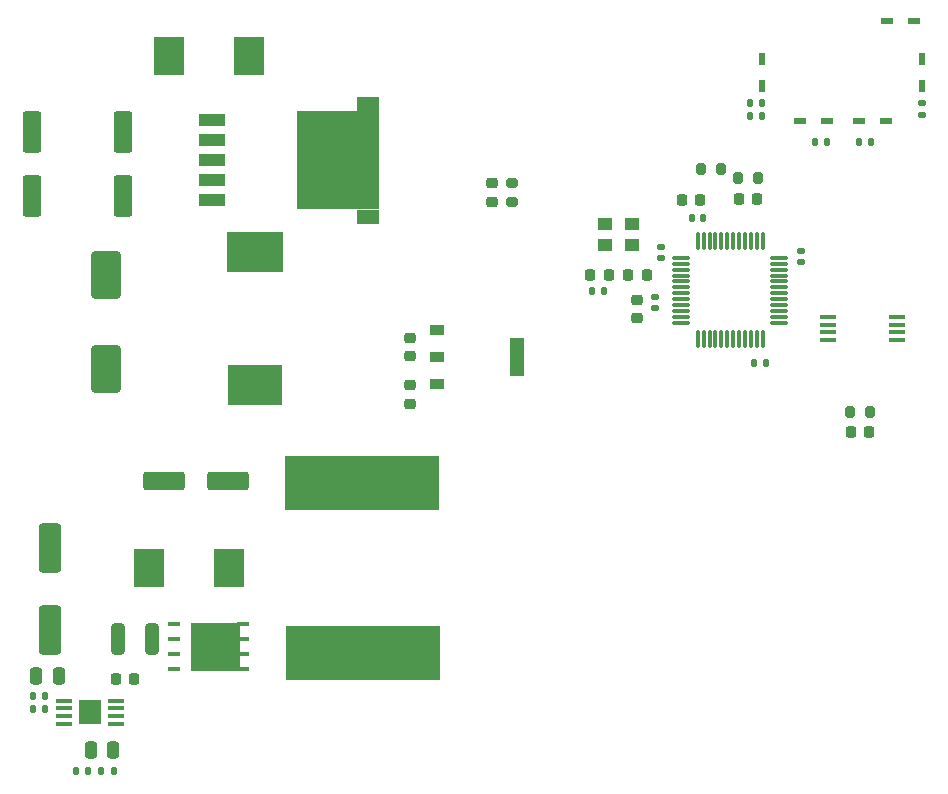
<source format=gbr>
%TF.GenerationSoftware,KiCad,Pcbnew,(6.0.8)*%
%TF.CreationDate,2022-12-06T23:52:26-08:00*%
%TF.ProjectId,motor_controller,6d6f746f-725f-4636-9f6e-74726f6c6c65,B1 (HULA) v0.2*%
%TF.SameCoordinates,Original*%
%TF.FileFunction,Paste,Top*%
%TF.FilePolarity,Positive*%
%FSLAX46Y46*%
G04 Gerber Fmt 4.6, Leading zero omitted, Abs format (unit mm)*
G04 Created by KiCad (PCBNEW (6.0.8)) date 2022-12-06 23:52:26*
%MOMM*%
%LPD*%
G01*
G04 APERTURE LIST*
G04 Aperture macros list*
%AMRoundRect*
0 Rectangle with rounded corners*
0 $1 Rounding radius*
0 $2 $3 $4 $5 $6 $7 $8 $9 X,Y pos of 4 corners*
0 Add a 4 corners polygon primitive as box body*
4,1,4,$2,$3,$4,$5,$6,$7,$8,$9,$2,$3,0*
0 Add four circle primitives for the rounded corners*
1,1,$1+$1,$2,$3*
1,1,$1+$1,$4,$5*
1,1,$1+$1,$6,$7*
1,1,$1+$1,$8,$9*
0 Add four rect primitives between the rounded corners*
20,1,$1+$1,$2,$3,$4,$5,0*
20,1,$1+$1,$4,$5,$6,$7,0*
20,1,$1+$1,$6,$7,$8,$9,0*
20,1,$1+$1,$8,$9,$2,$3,0*%
G04 Aperture macros list end*
%ADD10C,0.100000*%
%ADD11RoundRect,0.135000X-0.135000X-0.185000X0.135000X-0.185000X0.135000X0.185000X-0.135000X0.185000X0*%
%ADD12R,1.450000X0.450000*%
%ADD13R,2.160000X1.020000*%
%ADD14R,6.990000X8.330000*%
%ADD15R,1.910000X1.235000*%
%ADD16R,1.425000X0.450000*%
%ADD17R,1.880000X2.000000*%
%ADD18R,1.250000X0.950000*%
%ADD19R,1.250000X3.200000*%
%ADD20RoundRect,0.225000X-0.225000X-0.250000X0.225000X-0.250000X0.225000X0.250000X-0.225000X0.250000X0*%
%ADD21RoundRect,0.200000X-0.275000X0.200000X-0.275000X-0.200000X0.275000X-0.200000X0.275000X0.200000X0*%
%ADD22RoundRect,0.225000X0.225000X0.250000X-0.225000X0.250000X-0.225000X-0.250000X0.225000X-0.250000X0*%
%ADD23R,0.500000X1.100000*%
%ADD24R,1.300000X1.050000*%
%ADD25RoundRect,0.225000X-0.250000X0.225000X-0.250000X-0.225000X0.250000X-0.225000X0.250000X0.225000X0*%
%ADD26RoundRect,0.140000X-0.140000X-0.170000X0.140000X-0.170000X0.140000X0.170000X-0.140000X0.170000X0*%
%ADD27RoundRect,0.135000X0.135000X0.185000X-0.135000X0.185000X-0.135000X-0.185000X0.135000X-0.185000X0*%
%ADD28RoundRect,0.250000X0.312500X1.075000X-0.312500X1.075000X-0.312500X-1.075000X0.312500X-1.075000X0*%
%ADD29RoundRect,0.225000X0.250000X-0.225000X0.250000X0.225000X-0.250000X0.225000X-0.250000X-0.225000X0*%
%ADD30R,2.500000X3.300000*%
%ADD31RoundRect,0.140000X0.140000X0.170000X-0.140000X0.170000X-0.140000X-0.170000X0.140000X-0.170000X0*%
%ADD32R,1.016000X0.457200*%
%ADD33RoundRect,0.250000X1.000000X-1.750000X1.000000X1.750000X-1.000000X1.750000X-1.000000X-1.750000X0*%
%ADD34RoundRect,0.250000X0.700000X-1.825000X0.700000X1.825000X-0.700000X1.825000X-0.700000X-1.825000X0*%
%ADD35RoundRect,0.200000X0.200000X0.275000X-0.200000X0.275000X-0.200000X-0.275000X0.200000X-0.275000X0*%
%ADD36RoundRect,0.135000X0.185000X-0.135000X0.185000X0.135000X-0.185000X0.135000X-0.185000X-0.135000X0*%
%ADD37RoundRect,0.140000X-0.170000X0.140000X-0.170000X-0.140000X0.170000X-0.140000X0.170000X0.140000X0*%
%ADD38RoundRect,0.218750X0.218750X0.256250X-0.218750X0.256250X-0.218750X-0.256250X0.218750X-0.256250X0*%
%ADD39RoundRect,0.250000X1.500000X0.550000X-1.500000X0.550000X-1.500000X-0.550000X1.500000X-0.550000X0*%
%ADD40RoundRect,0.250000X-0.550000X1.500000X-0.550000X-1.500000X0.550000X-1.500000X0.550000X1.500000X0*%
%ADD41R,1.100000X0.500000*%
%ADD42R,13.100000X4.600000*%
%ADD43R,13.050000X4.550000*%
%ADD44RoundRect,0.250000X-0.250000X-0.475000X0.250000X-0.475000X0.250000X0.475000X-0.250000X0.475000X0*%
%ADD45RoundRect,0.075000X-0.662500X-0.075000X0.662500X-0.075000X0.662500X0.075000X-0.662500X0.075000X0*%
%ADD46RoundRect,0.075000X-0.075000X-0.662500X0.075000X-0.662500X0.075000X0.662500X-0.075000X0.662500X0*%
%ADD47RoundRect,0.140000X0.170000X-0.140000X0.170000X0.140000X-0.170000X0.140000X-0.170000X-0.140000X0*%
%ADD48RoundRect,0.200000X-0.200000X-0.275000X0.200000X-0.275000X0.200000X0.275000X-0.200000X0.275000X0*%
%ADD49RoundRect,0.250000X0.250000X0.475000X-0.250000X0.475000X-0.250000X-0.475000X0.250000X-0.475000X0*%
%ADD50RoundRect,0.218750X-0.256250X0.218750X-0.256250X-0.218750X0.256250X-0.218750X0.256250X0.218750X0*%
%ADD51R,4.650000X3.450000*%
%ADD52R,4.750000X3.450000*%
G04 APERTURE END LIST*
%TO.C,MOSFET301*%
G36*
X106016200Y-109593900D02*
G01*
X101977600Y-109593900D01*
X101977600Y-105606100D01*
X106016200Y-105606100D01*
X106016200Y-109593900D01*
G37*
D10*
X106016200Y-109593900D02*
X101977600Y-109593900D01*
X101977600Y-105606100D01*
X106016200Y-105606100D01*
X106016200Y-109593900D01*
%TD*%
D11*
%TO.C,R303*%
X88540000Y-112900000D03*
X89560000Y-112900000D03*
%TD*%
D12*
%TO.C,IC601*%
X155875000Y-79725000D03*
X155875000Y-80375000D03*
X155875000Y-81025000D03*
X155875000Y-81675000D03*
X161725000Y-81675000D03*
X161725000Y-81025000D03*
X161725000Y-80375000D03*
X161725000Y-79725000D03*
%TD*%
D13*
%TO.C,IC401*%
X103725000Y-63050000D03*
X103725000Y-64750000D03*
X103725000Y-66450000D03*
X103725000Y-68150000D03*
X103725000Y-69850000D03*
D14*
X114400000Y-66450000D03*
D15*
X116940000Y-71232500D03*
X116940000Y-61667500D03*
%TD*%
D16*
%TO.C,IC301*%
X91188000Y-112225000D03*
X91188000Y-112875000D03*
X91188000Y-113525000D03*
X91188000Y-114175000D03*
X95612000Y-114175000D03*
X95612000Y-113525000D03*
X95612000Y-112875000D03*
X95612000Y-112225000D03*
D17*
X93400000Y-113200000D03*
%TD*%
D18*
%TO.C,IC402*%
X122752000Y-80850000D03*
X122752000Y-83150000D03*
X122752000Y-85450000D03*
D19*
X129552000Y-83150000D03*
%TD*%
D20*
%TO.C,C101*%
X143525000Y-69850000D03*
X145075000Y-69850000D03*
%TD*%
D21*
%TO.C,R202*%
X129175000Y-68350000D03*
X129175000Y-70000000D03*
%TD*%
D22*
%TO.C,C108*%
X140525000Y-76150000D03*
X138975000Y-76150000D03*
%TD*%
D23*
%TO.C,D604*%
X150300000Y-57900000D03*
X150300000Y-60200000D03*
%TD*%
D24*
%TO.C,Y101*%
X139300000Y-71875000D03*
X137000000Y-71875000D03*
X137000000Y-73625000D03*
X139300000Y-73625000D03*
%TD*%
D25*
%TO.C,C401*%
X120502000Y-85525000D03*
X120502000Y-87075000D03*
%TD*%
D26*
%TO.C,C105*%
X144370000Y-71325000D03*
X145330000Y-71325000D03*
%TD*%
D27*
%TO.C,R603*%
X150310000Y-61600000D03*
X149290000Y-61600000D03*
%TD*%
D28*
%TO.C,R302*%
X98662500Y-107000000D03*
X95737500Y-107000000D03*
%TD*%
D27*
%TO.C,R604*%
X155810000Y-64950000D03*
X154790000Y-64950000D03*
%TD*%
D29*
%TO.C,C402*%
X120502000Y-83075000D03*
X120502000Y-81525000D03*
%TD*%
D23*
%TO.C,D602*%
X163850000Y-57900000D03*
X163850000Y-60200000D03*
%TD*%
D30*
%TO.C,D401*%
X106900000Y-57650000D03*
X100100000Y-57650000D03*
%TD*%
D27*
%TO.C,R103*%
X136960000Y-77500000D03*
X135940000Y-77500000D03*
%TD*%
D31*
%TO.C,C103*%
X150605000Y-83650000D03*
X149645000Y-83650000D03*
%TD*%
D27*
%TO.C,R305*%
X93200000Y-118200000D03*
X92180000Y-118200000D03*
%TD*%
D32*
%TO.C,MOSFET301*%
X100479000Y-105695000D03*
X100479000Y-106965000D03*
X100479000Y-108235000D03*
X100479000Y-109505000D03*
X106321000Y-109505000D03*
X106321000Y-108235000D03*
X106321000Y-106965000D03*
X106321000Y-105695000D03*
%TD*%
D33*
%TO.C,C405*%
X94750000Y-84150000D03*
X94750000Y-76150000D03*
%TD*%
D27*
%TO.C,R602*%
X159510000Y-64900000D03*
X158490000Y-64900000D03*
%TD*%
D34*
%TO.C,C303*%
X90000000Y-106275000D03*
X90000000Y-99325000D03*
%TD*%
D35*
%TO.C,R102*%
X149950000Y-68000000D03*
X148300000Y-68000000D03*
%TD*%
D36*
%TO.C,R601*%
X163850000Y-62610000D03*
X163850000Y-61590000D03*
%TD*%
D37*
%TO.C,C104*%
X153605000Y-74120000D03*
X153605000Y-75080000D03*
%TD*%
D38*
%TO.C,D201*%
X159387500Y-89500000D03*
X157812500Y-89500000D03*
%TD*%
D39*
%TO.C,C305*%
X105100000Y-93600000D03*
X99700000Y-93600000D03*
%TD*%
D20*
%TO.C,C109*%
X135775000Y-76150000D03*
X137325000Y-76150000D03*
%TD*%
%TO.C,C302*%
X95625000Y-110400000D03*
X97175000Y-110400000D03*
%TD*%
D29*
%TO.C,C106*%
X139700000Y-79850000D03*
X139700000Y-78300000D03*
%TD*%
D11*
%TO.C,C601*%
X149290000Y-62700000D03*
X150310000Y-62700000D03*
%TD*%
D40*
%TO.C,C403*%
X96200000Y-64050000D03*
X96200000Y-69450000D03*
%TD*%
D41*
%TO.C,D605*%
X153500000Y-63150000D03*
X155800000Y-63150000D03*
%TD*%
D27*
%TO.C,R304*%
X95400000Y-118200000D03*
X94380000Y-118200000D03*
%TD*%
D41*
%TO.C,D603*%
X163200000Y-54700000D03*
X160900000Y-54700000D03*
%TD*%
D42*
%TO.C,L301*%
X116500000Y-108200000D03*
D43*
X116475000Y-93825000D03*
%TD*%
D44*
%TO.C,C301*%
X88850000Y-110100000D03*
X90750000Y-110100000D03*
%TD*%
D45*
%TO.C,U101*%
X143450900Y-74728400D03*
X143450900Y-75228400D03*
X143450900Y-75728400D03*
X143450900Y-76228400D03*
X143450900Y-76728400D03*
X143450900Y-77228400D03*
X143450900Y-77728400D03*
X143450900Y-78228400D03*
X143450900Y-78728400D03*
X143450900Y-79228400D03*
X143450900Y-79728400D03*
X143450900Y-80228400D03*
D46*
X144863400Y-81640900D03*
X145363400Y-81640900D03*
X145863400Y-81640900D03*
X146363400Y-81640900D03*
X146863400Y-81640900D03*
X147363400Y-81640900D03*
X147863400Y-81640900D03*
X148363400Y-81640900D03*
X148863400Y-81640900D03*
X149363400Y-81640900D03*
X149863400Y-81640900D03*
X150363400Y-81640900D03*
D45*
X151775900Y-80228400D03*
X151775900Y-79728400D03*
X151775900Y-79228400D03*
X151775900Y-78728400D03*
X151775900Y-78228400D03*
X151775900Y-77728400D03*
X151775900Y-77228400D03*
X151775900Y-76728400D03*
X151775900Y-76228400D03*
X151775900Y-75728400D03*
X151775900Y-75228400D03*
X151775900Y-74728400D03*
D46*
X150363400Y-73315900D03*
X149863400Y-73315900D03*
X149363400Y-73315900D03*
X148863400Y-73315900D03*
X148363400Y-73315900D03*
X147863400Y-73315900D03*
X147363400Y-73315900D03*
X146863400Y-73315900D03*
X146363400Y-73315900D03*
X145863400Y-73315900D03*
X145363400Y-73315900D03*
X144863400Y-73315900D03*
%TD*%
D47*
%TO.C,C102*%
X141769800Y-74732700D03*
X141769800Y-73772700D03*
%TD*%
D48*
%TO.C,R101*%
X145175000Y-67200000D03*
X146825000Y-67200000D03*
%TD*%
D11*
%TO.C,R301*%
X88540000Y-111800000D03*
X89560000Y-111800000D03*
%TD*%
D49*
%TO.C,C304*%
X95350000Y-116400000D03*
X93450000Y-116400000D03*
%TD*%
D47*
%TO.C,C107*%
X141225000Y-78980000D03*
X141225000Y-78020000D03*
%TD*%
D41*
%TO.C,D601*%
X160800000Y-63150000D03*
X158500000Y-63150000D03*
%TD*%
D50*
%TO.C,D202*%
X127425000Y-68387500D03*
X127425000Y-69962500D03*
%TD*%
D38*
%TO.C,D101*%
X149900000Y-69754275D03*
X148325000Y-69754275D03*
%TD*%
D40*
%TO.C,C404*%
X88500000Y-64050000D03*
X88500000Y-69450000D03*
%TD*%
D48*
%TO.C,R201*%
X157775000Y-87800000D03*
X159425000Y-87800000D03*
%TD*%
D51*
%TO.C,L401*%
X107375000Y-85525000D03*
D52*
X107375000Y-74275000D03*
%TD*%
D30*
%TO.C,D301*%
X105200000Y-101000000D03*
X98400000Y-101000000D03*
%TD*%
M02*

</source>
